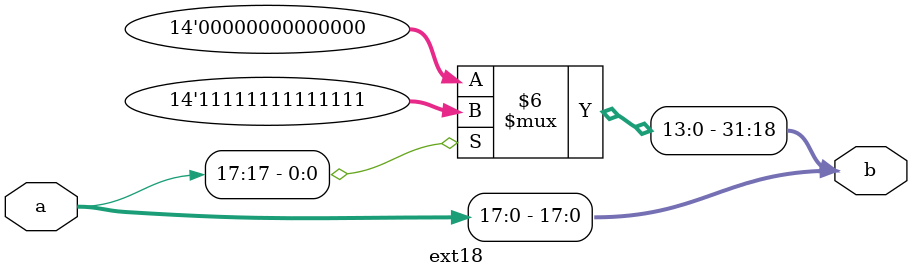
<source format=v>
`timescale 1ns / 1ps


module ext18#(parameter DEPTH=18)(
input [DEPTH-1:0] a,
output reg [31:0] b
    );
    always@(a)
    begin
      if(a[DEPTH-1] == 1)//ÓÐ·ûºÅÀ©Õ¹
            begin 
                b[31:0] = 32'hffffffff;
                b[DEPTH-1:0] = a[DEPTH-1:0];
            end
            else
            begin 
                b[31:0] = 32'h00000000;
                b[DEPTH-1:0] = a[DEPTH-1:0];
            end
    end
endmodule

</source>
